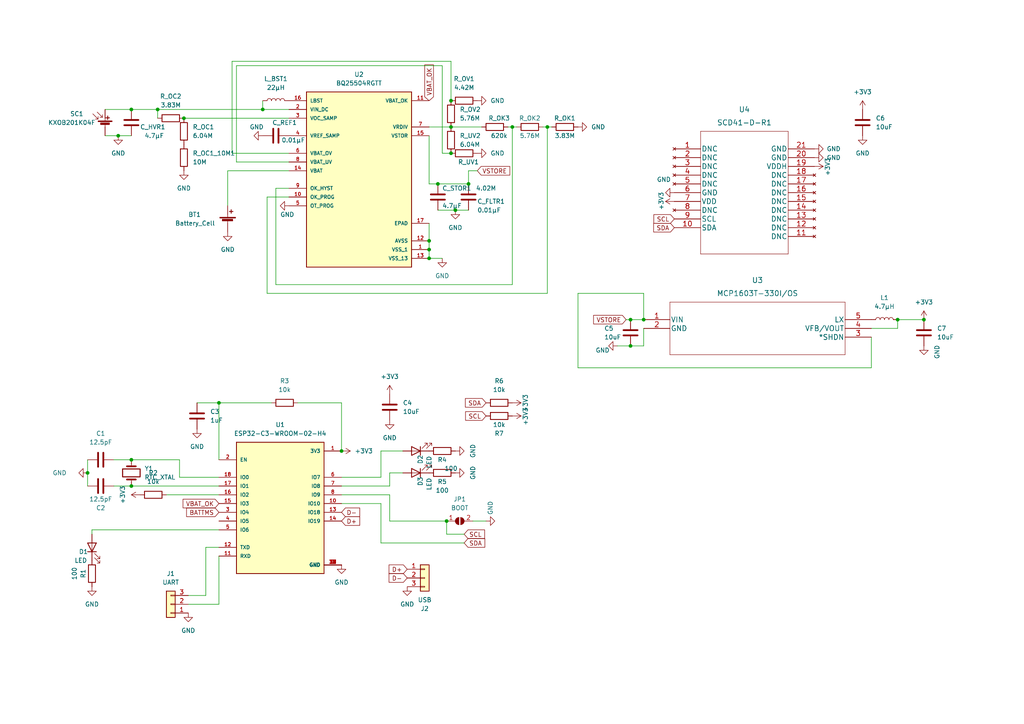
<source format=kicad_sch>
(kicad_sch (version 20211123) (generator eeschema)
  (paper "A4")
  (lib_symbols
    (symbol "Connector_Generic:Conn_01x03" (pin_names (offset 1.016) hide)
      (property "Reference" "J" (at 0 5.08 0))
      (property "Value" "Conn_01x03" (at 0 -5.08 0))
      (symbol "Conn_01x03_1_1"
        (rectangle (start -1.27 -2.413) (end 0 -2.667) (stroke (width 0.1524)))
        (rectangle (start -1.27 0.127) (end 0 -0.127) (stroke (width 0.1524)))
        (rectangle (start -1.27 2.667) (end 0 2.413) (stroke (width 0.1524)))
        (rectangle (start -1.27 3.81) (end 1.27 -3.81) (stroke (width 0.254)) (fill (type background)))
        (pin passive line (at -5.08 2.54 0) (length 3.81) (name "Pin_1") (number "1"))
        (pin passive line (at -5.08 0 0) (length 3.81) (name "Pin_2") (number "2"))
        (pin passive line (at -5.08 -2.54 0) (length 3.81) (name "Pin_3") (number "3"))
      )
    )
    (symbol "Device:Battery_Cell" (pin_numbers hide) (pin_names (offset 0) hide)
      (property "Reference" "BT" (at 2.54 2.54 0))
      (property "Value" "Battery_Cell" (at 2.54 0 0))
      (symbol "Battery_Cell_0_1"
        (rectangle (start -2.286 1.778) (end 2.286 1.524) (fill (type outline)))
        (rectangle (start -1.5748 1.1938) (end 1.4732 0.6858) (fill (type outline)))
        (polyline (pts (xy 0 0.762) (xy 0 0)))
        (polyline (pts (xy 0 1.778) (xy 0 2.54)))
        (polyline (pts (xy 0.508 3.429) (xy 1.524 3.429)) (stroke (width 0.254)))
        (polyline (pts (xy 1.016 3.937) (xy 1.016 2.921)) (stroke (width 0.254)))
      )
      (symbol "Battery_Cell_1_1"
        (pin passive line (at 0 5.08 270) (length 2.54) (name "+") (number "1"))
        (pin passive line (at 0 -2.54 90) (length 2.54) (name "-") (number "2"))
      )
    )
    (symbol "Device:C" (pin_numbers hide) (pin_names (offset 0.254))
      (property "Reference" "C" (at 0.635 2.54 0))
      (property "Value" "C" (at 0.635 -2.54 0))
      (symbol "C_0_1"
        (polyline (pts (xy -2.032 -0.762) (xy 2.032 -0.762)) (stroke (width 0.508)))
        (polyline (pts (xy -2.032 0.762) (xy 2.032 0.762)) (stroke (width 0.508)))
      )
      (symbol "C_1_1"
        (pin passive line (at 0 3.81 270) (length 2.794) (name "~") (number "1"))
        (pin passive line (at 0 -3.81 90) (length 2.794) (name "~") (number "2"))
      )
    )
    (symbol "Device:Crystal" (pin_numbers hide) (pin_names (offset 1.016) hide)
      (property "Reference" "Y" (at 0 3.81 0))
      (property "Value" "Crystal" (at 0 -3.81 0))
      (symbol "Crystal_0_1"
        (rectangle (start -1.143 2.54) (end 1.143 -2.54) (stroke (width 0.3048)))
        (polyline (pts (xy -2.54 0) (xy -1.905 0)))
        (polyline (pts (xy -1.905 -1.27) (xy -1.905 1.27)) (stroke (width 0.508)))
        (polyline (pts (xy 1.905 -1.27) (xy 1.905 1.27)) (stroke (width 0.508)))
        (polyline (pts (xy 2.54 0) (xy 1.905 0)))
      )
      (symbol "Crystal_1_1"
        (pin passive line (at -3.81 0 0) (length 1.27) (name "1") (number "1"))
        (pin passive line (at 3.81 0 180) (length 1.27) (name "2") (number "2"))
      )
    )
    (symbol "Device:L" (pin_numbers hide) (pin_names (offset 1.016) hide)
      (property "Reference" "L" (at -1.27 0 90))
      (property "Value" "L" (at 1.905 0 90))
      (symbol "L_0_1"
        (arc (start 0 -2.54) (mid 0.635 -1.905) (end 0 -1.27))
        (arc (start 0 -1.27) (mid 0.635 -0.635) (end 0 0))
        (arc (start 0 0) (mid 0.635 0.635) (end 0 1.27))
        (arc (start 0 1.27) (mid 0.635 1.905) (end 0 2.54))
      )
      (symbol "L_1_1"
        (pin passive line (at 0 3.81 270) (length 1.27) (name "1") (number "1"))
        (pin passive line (at 0 -3.81 90) (length 1.27) (name "2") (number "2"))
      )
    )
    (symbol "Device:LED" (pin_numbers hide) (pin_names (offset 1.016) hide)
      (property "Reference" "D" (at 0 2.54 0))
      (property "Value" "LED" (at 0 -2.54 0))
      (symbol "LED_0_1"
        (polyline (pts (xy -1.27 -1.27) (xy -1.27 1.27)) (stroke (width 0.254)))
        (polyline (pts (xy -1.27 0) (xy 1.27 0)))
        (polyline (pts (xy 1.27 -1.27) (xy 1.27 1.27) (xy -1.27 0) (xy 1.27 -1.27)) (stroke (width 0.254)))
        (polyline (pts (xy -3.048 -0.762) (xy -4.572 -2.286) (xy -3.81 -2.286) (xy -4.572 -2.286) (xy -4.572 -1.524)))
        (polyline (pts (xy -1.778 -0.762) (xy -3.302 -2.286) (xy -2.54 -2.286) (xy -3.302 -2.286) (xy -3.302 -1.524)))
      )
      (symbol "LED_1_1"
        (pin passive line (at -3.81 0 0) (length 2.54) (name "K") (number "1"))
        (pin passive line (at 3.81 0 180) (length 2.54) (name "A") (number "2"))
      )
    )
    (symbol "Device:R" (pin_numbers hide) (pin_names (offset 0))
      (property "Reference" "R" (at 2.032 0 90))
      (property "Value" "R" (at 0 0 90))
      (symbol "R_0_1"
        (rectangle (start -1.016 -2.54) (end 1.016 2.54) (stroke (width 0.254)))
      )
      (symbol "R_1_1"
        (pin passive line (at 0 3.81 270) (length 1.27) (name "~") (number "1"))
        (pin passive line (at 0 -3.81 90) (length 1.27) (name "~") (number "2"))
      )
    )
    (symbol "Device:Solar_Cell" (pin_numbers hide) (pin_names (offset 0) hide)
      (property "Reference" "SC" (at 2.54 2.54 0))
      (property "Value" "Solar_Cell" (at 2.54 0 0))
      (symbol "Solar_Cell_0_1"
        (rectangle (start -2.032 1.778) (end 2.032 1.524) (fill (type outline)))
        (rectangle (start -1.3208 1.1938) (end 1.27 0.6858) (fill (type outline)))
        (polyline (pts (xy -2.032 2.286) (xy -3.556 3.81)))
        (polyline (pts (xy -0.762 2.794) (xy -2.286 4.318)))
        (polyline (pts (xy 0 0.762) (xy 0 0)))
        (polyline (pts (xy 0 1.778) (xy 0 2.54)))
        (polyline (pts (xy 0.254 2.667) (xy 1.27 2.667)) (stroke (width 0.254)))
        (polyline (pts (xy 0.762 3.175) (xy 0.762 2.159)) (stroke (width 0.254)))
        (polyline (pts (xy -2.032 3.048) (xy -2.032 2.286) (xy -2.794 2.286)))
        (polyline (pts (xy -0.762 3.556) (xy -0.762 2.794) (xy -1.524 2.794)))
      )
      (symbol "Solar_Cell_1_1"
        (pin passive line (at 0 5.08 270) (length 2.54) (name "+") (number "1"))
        (pin passive line (at 0 -2.54 90) (length 2.54) (name "-") (number "2"))
      )
    )
    (symbol "Jumper:SolderJumper_2_Open" (pin_names (offset 0) hide)
      (property "Reference" "JP" (at 0 2.032 0))
      (property "Value" "SolderJumper_2_Open" (at 0 -2.54 0))
      (symbol "SolderJumper_2_Open_0_1"
        (arc (start -0.254 1.016) (mid -1.27 0) (end -0.254 -1.016))
        (arc (start -0.254 1.016) (mid -1.27 0) (end -0.254 -1.016) (fill (type outline)))
        (polyline (pts (xy -0.254 1.016) (xy -0.254 -1.016)))
        (polyline (pts (xy 0.254 1.016) (xy 0.254 -1.016)))
        (arc (start 0.254 -1.016) (mid 1.27 0) (end 0.254 1.016))
        (arc (start 0.254 -1.016) (mid 1.27 0) (end 0.254 1.016) (fill (type outline)))
      )
      (symbol "SolderJumper_2_Open_1_1"
        (pin passive line (at -3.81 0 0) (length 2.54) (name "A") (number "1"))
        (pin passive line (at 3.81 0 180) (length 2.54) (name "B") (number "2"))
      )
    )
    (symbol "MYLIB:BQ25504RGTT" (pin_names (offset 1.016))
      (property "Reference" "U" (at -15.24 26.3906 0))
      (property "Value" "BQ25504RGTT" (at -15.24 -29.3878 0))
      (symbol "BQ25504RGTT_0_0"
        (rectangle (start -15.24 -25.4) (end 15.24 25.4) (stroke (width 0.254)) (fill (type background)))
        (pin power_in line (at 20.32 -20.32 180) (length 5.08) (name "VSS_1") (number "1"))
        (pin input line (at -20.32 -5.08 0) (length 5.08) (name "OK_PROG") (number "10"))
        (pin output line (at 20.32 22.86 180) (length 5.08) (name "VBAT_OK") (number "11"))
        (pin power_in line (at 20.32 -17.78 180) (length 5.08) (name "AVSS") (number "12"))
        (pin power_in line (at 20.32 -22.86 180) (length 5.08) (name "VSS_13") (number "13"))
        (pin bidirectional line (at -20.32 2.54 0) (length 5.08) (name "VBAT") (number "14"))
        (pin power_out line (at 20.32 12.7 180) (length 5.08) (name "VSTOR") (number "15"))
        (pin input line (at -20.32 22.86 0) (length 5.08) (name "LBST") (number "16"))
        (pin power_in line (at 20.32 -12.7 180) (length 5.08) (name "EPAD") (number "17"))
        (pin input line (at -20.32 20.32 0) (length 5.08) (name "VIN_DC") (number "2"))
        (pin input line (at -20.32 17.78 0) (length 5.08) (name "VOC_SAMP") (number "3"))
        (pin input line (at -20.32 12.7 0) (length 5.08) (name "VREF_SAMP") (number "4"))
        (pin input line (at -20.32 -7.62 0) (length 5.08) (name "OT_PROG") (number "5"))
        (pin input line (at -20.32 7.62 0) (length 5.08) (name "VBAT_OV") (number "6"))
        (pin output line (at 20.32 15.24 180) (length 5.08) (name "VRDIV") (number "7"))
        (pin input line (at -20.32 5.08 0) (length 5.08) (name "VBAT_UV") (number "8"))
        (pin input line (at -20.32 -2.54 0) (length 5.08) (name "OK_HYST") (number "9"))
      )
    )
    (symbol "MYLIB:ESP32-C3-WROOM-02-H4" (pin_names (offset 1.016))
      (property "Reference" "U" (at -12.7 21.082 0))
      (property "Value" "ESP32-C3-WROOM-02-H4" (at -12.7 -18.542 0))
      (symbol "ESP32-C3-WROOM-02-H4_0_0"
        (rectangle (start -12.7 -17.78) (end 12.7 20.32) (stroke (width 0.254)) (fill (type background)))
        (pin power_in line (at 17.78 17.78 180) (length 5.08) (name "3V3") (number "1"))
        (pin bidirectional line (at 17.78 2.54 180) (length 5.08) (name "IO10") (number "10"))
        (pin bidirectional line (at -17.78 -12.7 0) (length 5.08) (name "RXD") (number "11"))
        (pin bidirectional line (at -17.78 -10.16 0) (length 5.08) (name "TXD") (number "12"))
        (pin bidirectional line (at 17.78 0 180) (length 5.08) (name "IO18") (number "13"))
        (pin bidirectional line (at 17.78 -2.54 180) (length 5.08) (name "IO19") (number "14"))
        (pin bidirectional line (at -17.78 2.54 0) (length 5.08) (name "IO3") (number "15"))
        (pin bidirectional line (at -17.78 5.08 0) (length 5.08) (name "IO2") (number "16"))
        (pin bidirectional line (at -17.78 7.62 0) (length 5.08) (name "IO1") (number "17"))
        (pin bidirectional line (at -17.78 10.16 0) (length 5.08) (name "IO0") (number "18"))
        (pin power_in line (at 17.78 -15.24 180) (length 5.08) (name "GND") (number "19"))
        (pin input line (at -17.78 15.24 0) (length 5.08) (name "EN") (number "2"))
        (pin power_in line (at 17.78 -15.24 180) (length 5.08) (name "GND") (number "20"))
        (pin power_in line (at 17.78 -15.24 180) (length 5.08) (name "GND") (number "21"))
        (pin power_in line (at 17.78 -15.24 180) (length 5.08) (name "GND") (number "22"))
        (pin power_in line (at 17.78 -15.24 180) (length 5.08) (name "GND") (number "23"))
        (pin power_in line (at 17.78 -15.24 180) (length 5.08) (name "GND") (number "24"))
        (pin power_in line (at 17.78 -15.24 180) (length 5.08) (name "GND") (number "25"))
        (pin power_in line (at 17.78 -15.24 180) (length 5.08) (name "GND") (number "26"))
        (pin power_in line (at 17.78 -15.24 180) (length 5.08) (name "GND") (number "27"))
        (pin power_in line (at 17.78 -15.24 180) (length 5.08) (name "GND") (number "28"))
        (pin power_in line (at 17.78 -15.24 180) (length 5.08) (name "GND") (number "29"))
        (pin bidirectional line (at -17.78 0 0) (length 5.08) (name "IO4") (number "3"))
        (pin power_in line (at 17.78 -15.24 180) (length 5.08) (name "GND") (number "30"))
        (pin power_in line (at 17.78 -15.24 180) (length 5.08) (name "GND") (number "31"))
        (pin power_in line (at 17.78 -15.24 180) (length 5.08) (name "GND") (number "32"))
        (pin power_in line (at 17.78 -15.24 180) (length 5.08) (name "GND") (number "33"))
        (pin power_in line (at 17.78 -15.24 180) (length 5.08) (name "GND") (number "34"))
        (pin power_in line (at 17.78 -15.24 180) (length 5.08) (name "GND") (number "35"))
        (pin power_in line (at 17.78 -15.24 180) (length 5.08) (name "GND") (number "36"))
        (pin power_in line (at 17.78 -15.24 180) (length 5.08) (name "GND") (number "37"))
        (pin power_in line (at 17.78 -15.24 180) (length 5.08) (name "GND") (number "38"))
        (pin power_in line (at 17.78 -15.24 180) (length 5.08) (name "GND") (number "39"))
        (pin bidirectional line (at -17.78 -2.54 0) (length 5.08) (name "IO5") (number "4"))
        (pin bidirectional line (at -17.78 -5.08 0) (length 5.08) (name "IO6") (number "5"))
        (pin bidirectional line (at 17.78 10.16 180) (length 5.08) (name "IO7") (number "6"))
        (pin bidirectional line (at 17.78 7.62 180) (length 5.08) (name "IO8") (number "7"))
        (pin bidirectional line (at 17.78 5.08 180) (length 5.08) (name "IO9") (number "8"))
        (pin power_in line (at 17.78 -15.24 180) (length 5.08) (name "GND") (number "9"))
      )
    )
    (symbol "MYLIB:MCP1603T-330I{brace}slash}OS" (pin_names (offset 0.254))
      (property "Reference" "U" (at 33.02 10.16 0))
      (property "Value" "MCP1603T-330I{brace}slash}OS" (at 33.02 7.62 0))
      (symbol "MCP1603T-330I{brace}slash}OS_1_1"
        (polyline (pts (xy 7.62 -10.16) (xy 58.42 -10.16)) (stroke (width 0.127)))
        (polyline (pts (xy 7.62 5.08) (xy 7.62 -10.16)) (stroke (width 0.127)))
        (polyline (pts (xy 58.42 -10.16) (xy 58.42 5.08)) (stroke (width 0.127)))
        (polyline (pts (xy 58.42 5.08) (xy 7.62 5.08)) (stroke (width 0.127)))
        (pin power_in line (at 0 0 0) (length 7.62) (name "VIN") (number "1"))
        (pin power_in line (at 0 -2.54 0) (length 7.62) (name "GND") (number "2"))
        (pin input line (at 66.04 -5.08 180) (length 7.62) (name "*SHDN") (number "3"))
        (pin power_out line (at 66.04 -2.54 180) (length 7.62) (name "VFB/VOUT") (number "4"))
        (pin output line (at 66.04 0 180) (length 7.62) (name "LX") (number "5"))
      )
    )
    (symbol "MYLIB:SCD41-D-R1" (pin_names (offset 0.254))
      (property "Reference" "U" (at 20.32 10.16 0))
      (property "Value" "SCD41-D-R1" (at 20.32 7.62 0))
      (symbol "SCD41-D-R1_1_1"
        (polyline (pts (xy 7.62 -30.48) (xy 33.02 -30.48)) (stroke (width 0.127)))
        (polyline (pts (xy 7.62 5.08) (xy 7.62 -30.48)) (stroke (width 0.127)))
        (polyline (pts (xy 33.02 -30.48) (xy 33.02 5.08)) (stroke (width 0.127)))
        (polyline (pts (xy 33.02 5.08) (xy 7.62 5.08)) (stroke (width 0.127)))
        (pin no_connect line (at 0 0 0) (length 7.62) (name "DNC") (number "1"))
        (pin bidirectional line (at 0 -22.86 0) (length 7.62) (name "SDA") (number "10"))
        (pin no_connect line (at 40.64 -25.4 180) (length 7.62) (name "DNC") (number "11"))
        (pin no_connect line (at 40.64 -22.86 180) (length 7.62) (name "DNC") (number "12"))
        (pin no_connect line (at 40.64 -20.32 180) (length 7.62) (name "DNC") (number "13"))
        (pin no_connect line (at 40.64 -17.78 180) (length 7.62) (name "DNC") (number "14"))
        (pin no_connect line (at 40.64 -15.24 180) (length 7.62) (name "DNC") (number "15"))
        (pin no_connect line (at 40.64 -12.7 180) (length 7.62) (name "DNC") (number "16"))
        (pin no_connect line (at 40.64 -10.16 180) (length 7.62) (name "DNC") (number "17"))
        (pin no_connect line (at 40.64 -7.62 180) (length 7.62) (name "DNC") (number "18"))
        (pin power_in line (at 40.64 -5.08 180) (length 7.62) (name "VDDH") (number "19"))
        (pin no_connect line (at 0 -2.54 0) (length 7.62) (name "DNC") (number "2"))
        (pin power_in line (at 40.64 -2.54 180) (length 7.62) (name "GND") (number "20"))
        (pin power_in line (at 40.64 0 180) (length 7.62) (name "GND") (number "21"))
        (pin no_connect line (at 0 -5.08 0) (length 7.62) (name "DNC") (number "3"))
        (pin no_connect line (at 0 -7.62 0) (length 7.62) (name "DNC") (number "4"))
        (pin no_connect line (at 0 -10.16 0) (length 7.62) (name "DNC") (number "5"))
        (pin power_in line (at 0 -12.7 0) (length 7.62) (name "GND") (number "6"))
        (pin power_in line (at 0 -15.24 0) (length 7.62) (name "VDD") (number "7"))
        (pin no_connect line (at 0 -17.78 0) (length 7.62) (name "DNC") (number "8"))
        (pin input line (at 0 -20.32 0) (length 7.62) (name "SCL") (number "9"))
      )
    )
    (symbol "power:+3.3V" (power) (pin_names (offset 0))
      (property "Value" "+3.3V" (at 0 3.556 0))
      (symbol "+3.3V_0_1"
        (polyline (pts (xy -0.762 1.27) (xy 0 2.54)))
        (polyline (pts (xy 0 0) (xy 0 2.54)))
        (polyline (pts (xy 0 2.54) (xy 0.762 1.27)))
      )
      (symbol "+3.3V_1_1"
        (pin power_in line (at 0 0 90) (length 0) hide (name "+3V3") (number "1"))
      )
    )
    (symbol "power:GND" (power) (pin_names (offset 0))
      (property "Value" "GND" (at 0 -3.81 0))
      (symbol "GND_0_1"
        (polyline (pts (xy 0 0) (xy 0 -1.27) (xy 1.27 -1.27) (xy 0 -2.54) (xy -1.27 -1.27) (xy 0 -1.27)))
      )
      (symbol "GND_1_1"
        (pin power_in line (at 0 0 270) (length 0) hide (name "GND") (number "1"))
      )
    )
  )
  (junction (at 260.35 92.71))
  (junction (at 45.72 31.75))
  (junction (at 130.81 29.21))
  (junction (at 76.2 31.75))
  (junction (at 186.69 92.71))
  (junction (at 127 53.34))
  (junction (at 63.5 116.84))
  (junction (at 130.81 44.45))
  (junction (at 182.88 92.71))
  (junction (at 38.1 31.75))
  (junction (at 135.89 53.34))
  (junction (at 267.97 92.71))
  (junction (at 182.88 100.33))
  (junction (at 25.4 137.16))
  (junction (at 34.29 39.37))
  (junction (at 38.1 133.35))
  (junction (at 158.75 36.83))
  (junction (at 132.08 60.96))
  (junction (at 148.59 36.83))
  (junction (at 53.34 34.29))
  (junction (at 130.81 36.83))
  (junction (at 124.46 72.39))
  (junction (at 129.54 151.13))
  (junction (at 38.1 140.97))
  (junction (at 99.06 130.81))
  (junction (at 124.46 69.85))
  (junction (at 124.46 74.93))
  (wire (pts (xy 68.58 19.05) (xy 128.27 19.05)))
  (wire (pts (xy 128.27 19.05) (xy 128.27 44.45)))
  (wire (pts (xy 59.69 172.72) (xy 54.61 172.72)))
  (wire (pts (xy 34.29 39.37) (xy 38.1 39.37)))
  (wire (pts (xy 113.03 140.97) (xy 113.03 137.16)))
  (wire (pts (xy 148.59 82.55) (xy 148.59 36.83)))
  (wire (pts (xy 59.69 158.75) (xy 59.69 172.72)))
  (wire (pts (xy 167.64 106.68) (xy 167.64 85.09)))
  (wire (pts (xy 129.54 154.94) (xy 134.62 154.94)))
  (wire (pts (xy 252.73 106.68) (xy 167.64 106.68)))
  (wire (pts (xy 83.82 46.99) (xy 68.58 46.99)))
  (wire (pts (xy 25.4 133.35) (xy 25.4 137.16)))
  (wire (pts (xy 77.47 85.09) (xy 158.75 85.09)))
  (wire (pts (xy 99.06 116.84) (xy 99.06 130.81)))
  (wire (pts (xy 124.46 69.85) (xy 124.46 72.39)))
  (wire (pts (xy 63.5 138.43) (xy 52.07 138.43)))
  (wire (pts (xy 63.5 140.97) (xy 38.1 140.97)))
  (wire (pts (xy 110.49 138.43) (xy 110.49 130.81)))
  (wire (pts (xy 83.82 44.45) (xy 67.31 44.45)))
  (wire (pts (xy 76.2 29.21) (xy 76.2 31.75)))
  (wire (pts (xy 26.67 153.67) (xy 63.5 153.67)))
  (wire (pts (xy 76.2 31.75) (xy 83.82 31.75)))
  (wire (pts (xy 113.03 151.13) (xy 129.54 151.13)))
  (wire (pts (xy 148.59 36.83) (xy 147.32 36.83)))
  (wire (pts (xy 130.81 17.78) (xy 130.81 29.21)))
  (wire (pts (xy 186.69 100.33) (xy 182.88 100.33)))
  (wire (pts (xy 186.69 85.09) (xy 186.69 92.71)))
  (wire (pts (xy 78.74 116.84) (xy 63.5 116.84)))
  (wire (pts (xy 66.04 49.53) (xy 83.82 49.53)))
  (wire (pts (xy 67.31 44.45) (xy 67.31 17.78)))
  (wire (pts (xy 260.35 95.25) (xy 260.35 92.71)))
  (wire (pts (xy 113.03 143.51) (xy 113.03 151.13)))
  (wire (pts (xy 124.46 53.34) (xy 127 53.34)))
  (wire (pts (xy 139.7 36.83) (xy 130.81 36.83)))
  (wire (pts (xy 127 53.34) (xy 135.89 53.34)))
  (wire (pts (xy 158.75 85.09) (xy 158.75 36.83)))
  (wire (pts (xy 99.06 146.05) (xy 110.49 146.05)))
  (wire (pts (xy 124.46 74.93) (xy 128.27 74.93)))
  (wire (pts (xy 181.61 92.71) (xy 182.88 92.71)))
  (wire (pts (xy 124.46 39.37) (xy 124.46 53.34)))
  (wire (pts (xy 140.97 151.13) (xy 137.16 151.13)))
  (wire (pts (xy 26.67 153.67) (xy 26.67 154.94)))
  (wire (pts (xy 45.72 31.75) (xy 76.2 31.75)))
  (wire (pts (xy 66.04 59.69) (xy 66.04 49.53)))
  (wire (pts (xy 63.5 116.84) (xy 63.5 133.35)))
  (wire (pts (xy 63.5 161.29) (xy 63.5 175.26)))
  (wire (pts (xy 127 60.96) (xy 132.08 60.96)))
  (wire (pts (xy 179.07 100.33) (xy 182.88 100.33)))
  (wire (pts (xy 182.88 92.71) (xy 186.69 92.71)))
  (wire (pts (xy 160.02 36.83) (xy 158.75 36.83)))
  (wire (pts (xy 77.47 57.15) (xy 77.47 85.09)))
  (wire (pts (xy 80.01 82.55) (xy 148.59 82.55)))
  (wire (pts (xy 158.75 36.83) (xy 157.48 36.83)))
  (wire (pts (xy 129.54 151.13) (xy 129.54 154.94)))
  (wire (pts (xy 83.82 57.15) (xy 77.47 57.15)))
  (wire (pts (xy 113.03 137.16) (xy 116.84 137.16)))
  (wire (pts (xy 33.02 140.97) (xy 38.1 140.97)))
  (wire (pts (xy 186.69 95.25) (xy 186.69 100.33)))
  (wire (pts (xy 63.5 158.75) (xy 59.69 158.75)))
  (wire (pts (xy 149.86 36.83) (xy 148.59 36.83)))
  (wire (pts (xy 53.34 34.29) (xy 83.82 34.29)))
  (wire (pts (xy 80.01 54.61) (xy 80.01 82.55)))
  (wire (pts (xy 110.49 146.05) (xy 110.49 157.48)))
  (wire (pts (xy 252.73 95.25) (xy 260.35 95.25)))
  (wire (pts (xy 68.58 46.99) (xy 68.58 19.05)))
  (wire (pts (xy 57.15 116.84) (xy 63.5 116.84)))
  (wire (pts (xy 110.49 157.48) (xy 134.62 157.48)))
  (wire (pts (xy 45.72 31.75) (xy 38.1 31.75)))
  (wire (pts (xy 132.08 60.96) (xy 135.89 60.96)))
  (wire (pts (xy 110.49 130.81) (xy 116.84 130.81)))
  (wire (pts (xy 38.1 133.35) (xy 52.07 133.35)))
  (wire (pts (xy 135.89 49.53) (xy 135.89 53.34)))
  (wire (pts (xy 45.72 31.75) (xy 45.72 34.29)))
  (wire (pts (xy 252.73 97.79) (xy 252.73 106.68)))
  (wire (pts (xy 25.4 137.16) (xy 25.4 140.97)))
  (wire (pts (xy 128.27 44.45) (xy 130.81 44.45)))
  (wire (pts (xy 48.26 143.51) (xy 63.5 143.51)))
  (wire (pts (xy 30.48 31.75) (xy 38.1 31.75)))
  (wire (pts (xy 124.46 72.39) (xy 124.46 74.93)))
  (wire (pts (xy 83.82 54.61) (xy 80.01 54.61)))
  (wire (pts (xy 167.64 85.09) (xy 186.69 85.09)))
  (wire (pts (xy 99.06 140.97) (xy 113.03 140.97)))
  (wire (pts (xy 99.06 138.43) (xy 110.49 138.43)))
  (wire (pts (xy 63.5 175.26) (xy 54.61 175.26)))
  (wire (pts (xy 124.46 36.83) (xy 130.81 36.83)))
  (wire (pts (xy 99.06 143.51) (xy 113.03 143.51)))
  (wire (pts (xy 124.46 64.77) (xy 124.46 69.85)))
  (wire (pts (xy 67.31 17.78) (xy 130.81 17.78)))
  (wire (pts (xy 30.48 39.37) (xy 34.29 39.37)))
  (wire (pts (xy 86.36 116.84) (xy 99.06 116.84)))
  (wire (pts (xy 33.02 133.35) (xy 38.1 133.35)))
  (wire (pts (xy 260.35 92.71) (xy 267.97 92.71)))
  (wire (pts (xy 138.43 49.53) (xy 135.89 49.53)))
  (wire (pts (xy 52.07 133.35) (xy 52.07 138.43)))
  (global_label "SCL" (shape input) (at 195.58 63.5 180) (property "Intersheet References" "${INTERSHEET_REFS}" (effects hide)))
  (global_label "D+" (shape input) (at 99.06 151.13 0) (property "Intersheet References" "${INTERSHEET_REFS}" (effects hide)))
  (global_label "VBAT_OK" (shape input) (at 124.46 29.21 90) (property "Intersheet References" "${INTERSHEET_REFS}" (effects hide)))
  (global_label "D+" (shape input) (at 118.11 165.1 180) (property "Intersheet References" "${INTERSHEET_REFS}" (effects hide)))
  (global_label "VBAT_OK" (shape input) (at 63.5 146.05 180) (property "Intersheet References" "${INTERSHEET_REFS}" (effects hide)))
  (global_label "D-" (shape input) (at 99.06 148.59 0) (property "Intersheet References" "${INTERSHEET_REFS}" (effects hide)))
  (global_label "SDA" (shape input) (at 140.97 116.84 180) (property "Intersheet References" "${INTERSHEET_REFS}" (effects hide)))
  (global_label "D-" (shape input) (at 118.11 167.64 180) (property "Intersheet References" "${INTERSHEET_REFS}" (effects hide)))
  (global_label "SCL" (shape input) (at 140.97 120.65 180) (property "Intersheet References" "${INTERSHEET_REFS}" (effects hide)))
  (global_label "SDA" (shape input) (at 195.58 66.04 180) (property "Intersheet References" "${INTERSHEET_REFS}" (effects hide)))
  (global_label "VSTORE" (shape input) (at 138.43 49.53 0) (property "Intersheet References" "${INTERSHEET_REFS}" (effects hide)))
  (global_label "SCL" (shape input) (at 134.62 154.94 0) (property "Intersheet References" "${INTERSHEET_REFS}" (effects hide)))
  (global_label "SDA" (shape input) (at 134.62 157.48 0) (property "Intersheet References" "${INTERSHEET_REFS}" (effects hide)))
  (global_label "VSTORE" (shape input) (at 181.61 92.71 180) (property "Intersheet References" "${INTERSHEET_REFS}" (effects hide)))
  (global_label "BATTMS" (shape input) (at 63.5 148.59 180) (property "Intersheet References" "${INTERSHEET_REFS}" (effects hide)))
  (symbol (lib_id "power:GND") (at 236.22 45.72 90) (unit 1)
    (property "Reference" "#PWR029" (effects hide))
    (property "Value" "GND" (at 243.84 45.72 90) (effects (justify left)))
  )
  (symbol (lib_id "Device:R") (at 144.78 116.84 90) (unit 1)
    (property "Reference" "R6" (at 144.78 110.49 90))
    (property "Value" "10k" (at 144.78 113.03 90))
    (property "Footprint" "Resistor_SMD:R_0402_1005Metric_Pad0.72x0.64mm_HandSolder" (effects hide))
  )
  (symbol (lib_id "Device:R") (at 44.45 143.51 90) (unit 1)
    (property "Reference" "R2" (at 44.45 137.16 90))
    (property "Value" "10k" (at 44.45 139.7 90))
    (property "Footprint" "Resistor_SMD:R_0402_1005Metric_Pad0.72x0.64mm_HandSolder" (effects hide))
  )
  (symbol (lib_id "Device:R") (at 130.81 33.02 0) (unit 1)
    (property "Reference" "R_OV2" (at 133.35 31.7499 0) (effects (justify left)))
    (property "Value" "5.76M" (at 133.35 34.2899 0) (effects (justify left)))
  )
  (symbol (lib_id "power:GND") (at 132.08 60.96 0) (unit 1)
    (property "Reference" "#PWR016" (effects hide))
    (property "Value" "GND" (at 132.08 66.04 0))
  )
  (symbol (lib_id "Device:C") (at 29.21 140.97 90) (unit 1)
    (property "Reference" "C2" (at 29.21 147.32 90))
    (property "Value" "12.5pF" (at 29.21 144.78 90))
    (property "Footprint" "Capacitor_SMD:C_0402_1005Metric_Pad0.74x0.62mm_HandSolder" (effects hide))
  )
  (symbol (lib_id "Device:R") (at 128.27 130.81 90) (unit 1)
    (property "Reference" "R4" (at 128.27 133.35 90))
    (property "Value" "100" (at 130.81 135.89 90))
    (property "Footprint" "Resistor_SMD:R_0402_1005Metric_Pad0.72x0.64mm_HandSolder" (effects hide))
  )
  (symbol (lib_id "power:+3.3V") (at 148.59 116.84 270) (unit 1)
    (property "Reference" "#PWR022" (effects hide))
    (property "Value" "+3.3V" (at 152.4 114.3 0) (effects (justify left)))
  )
  (symbol (lib_id "Device:R") (at 82.55 116.84 90) (unit 1)
    (property "Reference" "R3" (at 82.55 110.49 90))
    (property "Value" "10k" (at 82.55 113.03 90))
    (property "Footprint" "Resistor_SMD:R_0402_1005Metric_Pad0.72x0.64mm_HandSolder" (effects hide))
  )
  (symbol (lib_id "power:+3.3V") (at 236.22 48.26 270) (unit 1)
    (property "Reference" "#PWR030" (effects hide))
    (property "Value" "+3.3V" (at 240.03 45.72 0) (effects (justify left)))
  )
  (symbol (lib_id "power:GND") (at 138.43 29.21 90) (unit 1)
    (property "Reference" "#PWR019" (effects hide))
    (property "Value" "GND" (at 142.24 29.2099 90) (effects (justify right)))
  )
  (symbol (lib_id "power:GND") (at 140.97 151.13 90) (unit 1)
    (property "Reference" "#PWR021" (effects hide))
    (property "Value" "GND" (at 142.24 147.32 0))
  )
  (symbol (lib_id "Device:R") (at 128.27 137.16 90) (unit 1)
    (property "Reference" "R5" (at 128.27 139.7 90))
    (property "Value" "100" (at 128.27 142.24 90))
    (property "Footprint" "Resistor_SMD:R_0402_1005Metric_Pad0.72x0.64mm_HandSolder" (effects hide))
  )
  (symbol (lib_id "Device:R") (at 49.53 34.29 90) (unit 1)
    (property "Reference" "R_OC2" (at 49.53 27.94 90))
    (property "Value" "3.83M" (at 49.53 30.48 90))
  )
  (symbol (lib_id "power:GND") (at 83.82 59.69 270) (unit 1)
    (property "Reference" "#PWR010" (effects hide))
    (property "Value" "GND" (at 81.28 62.23 90) (effects (justify left)))
  )
  (symbol (lib_id "Device:C") (at 29.21 133.35 90) (unit 1)
    (property "Reference" "C1" (at 29.21 125.73 90))
    (property "Value" "12.5pF" (at 29.21 128.27 90))
    (property "Footprint" "Capacitor_SMD:C_0402_1005Metric_Pad0.74x0.62mm_HandSolder" (effects hide))
  )
  (symbol (lib_id "Device:R") (at 130.81 40.64 0) (unit 1)
    (property "Reference" "R_UV2" (at 133.35 39.3699 0) (effects (justify left)))
    (property "Value" "6.04M" (at 133.35 41.9099 0) (effects (justify left)))
  )
  (symbol (lib_id "power:GND") (at 25.4 137.16 270) (unit 1)
    (property "Reference" "#PWR01" (effects hide))
    (property "Value" "GND" (at 15.24 137.16 90) (effects (justify left)))
  )
  (symbol (lib_id "power:GND") (at 167.64 36.83 90) (unit 1)
    (property "Reference" "#PWR024" (effects hide))
    (property "Value" "GND" (at 171.45 36.8299 90) (effects (justify right)))
  )
  (symbol (lib_id "Device:C") (at 80.01 39.37 90) (unit 1)
    (property "Reference" "C_REF1" (at 82.55 35.56 90))
    (property "Value" "0.01µF" (at 85.09 40.64 90))
  )
  (symbol (lib_id "Device:C") (at 135.89 57.15 0) (unit 1)
    (property "Reference" "C_FLTR1" (at 138.43 58.42 0) (effects (justify left)))
    (property "Value" "0.01µF" (at 138.43 60.96 0) (effects (justify left)))
  )
  (symbol (lib_id "Device:R") (at 26.67 166.37 0) (unit 1)
    (property "Reference" "R1" (at 24.13 166.37 90))
    (property "Value" "100" (at 21.59 166.37 90))
    (property "Footprint" "Resistor_SMD:R_0402_1005Metric_Pad0.72x0.64mm_HandSolder" (effects hide))
  )
  (symbol (lib_id "Device:LED") (at 120.65 137.16 180) (unit 1)
    (property "Reference" "D3" (at 121.92 140.97 90) (effects (justify right)))
    (property "Value" "LED" (at 124.46 142.24 90) (effects (justify right)))
    (property "Footprint" "LED_SMD:LED_0603_1608Metric_Pad1.05x0.95mm_HandSolder" (effects hide))
  )
  (symbol (lib_id "Device:LED") (at 120.65 130.81 180) (unit 1)
    (property "Reference" "D2" (at 121.92 134.62 90) (effects (justify right)))
    (property "Value" "LED" (at 124.46 135.89 90) (effects (justify right)))
    (property "Footprint" "LED_SMD:LED_0603_1608Metric_Pad1.05x0.95mm_HandSolder" (effects hide))
  )
  (symbol (lib_id "power:GND") (at 132.08 130.81 90) (unit 1)
    (property "Reference" "#PWR017" (effects hide))
    (property "Value" "GND" (at 137.16 130.81 0))
  )
  (symbol (lib_id "Device:Crystal") (at 38.1 137.16 90) (unit 1)
    (property "Reference" "Y1" (at 41.91 135.8899 90) (effects (justify right)))
    (property "Value" "RTC_XTAL" (at 41.91 138.4299 90) (effects (justify right)))
  )
  (symbol (lib_id "MYLIB:BQ25504RGTT") (at 104.14 52.07 0) (unit 1)
    (property "Reference" "U2" (at 104.14 21.59 0))
    (property "Value" "BQ25504RGTT" (at 104.14 24.13 0))
    (property "Footprint" "MYLIB:QFN50P300X300X100-17N" (effects hide))
    (property "Datasheet" "https://www.ti.com/general/docs/suppproductinfo.tsp?distId=10&gotoUrl=https%3A%2F%2Fwww.ti.com%2Flit%2Fgpn%2Fbq25504" (effects hide))
    (property "STANDARD" "IPC 7351B" (effects hide))
    (property "MAXIMUM_PACKAGE_HIEGHT" "1mm" (effects hide))
    (property "MANUFACTURER" "Texas Instruments" (effects hide))
    (property "PARTREV" "F" (effects hide))
  )
  (symbol (lib_id "power:GND") (at 66.04 67.31 0) (unit 1)
    (property "Reference" "#PWR08" (effects hide))
    (property "Value" "GND" (at 66.04 72.39 0))
  )
  (symbol (lib_id "Device:R") (at 134.62 44.45 90) (unit 1)
    (property "Reference" "R_UV1" (at 135.89 46.99 90))
    (property "Value" "4.02M" (at 140.97 54.61 90))
  )
  (symbol (lib_id "Device:R") (at 134.62 29.21 90) (unit 1)
    (property "Reference" "R_OV1" (at 134.62 22.86 90))
    (property "Value" "4.42M" (at 134.62 25.4 90))
  )
  (symbol (lib_id "power:GND") (at 113.03 121.92 0) (unit 1)
    (property "Reference" "#PWR014" (effects hide))
    (property "Value" "GND" (at 113.03 127 0))
  )
  (symbol (lib_id "Connector_Generic:Conn_01x03") (at 123.19 167.64 0) (unit 1)
    (property "Reference" "J2" (at 123.19 176.53 0))
    (property "Value" "USB" (at 123.19 173.99 0))
    (property "Footprint" "MYLIB:TestPoint_Pad_3x1_D1.5mm" (effects hide))
  )
  (symbol (lib_id "MYLIB:SCD41-D-R1") (at 195.58 43.18 0) (unit 1)
    (property "Reference" "U4" (at 215.9 31.75 0) (effects (font (size 1.524 1.524))))
    (property "Value" "SCD41-D-R1" (at 215.9 35.56 0) (effects (font (size 1.524 1.524))))
    (property "Footprint" "MYLIB:SCD41-D-R1" (effects hide))
    (property "Datasheet" "https://www.sensirion.com/fileadmin/user_upload/customers/sensirion/Dokumente/9.5_CO2/Sensirion_CO2_Sensors_SCD40_SCD41_Datasheet.pdf" (effects hide))
  )
  (symbol (lib_id "Device:C") (at 267.97 96.52 0) (unit 1)
    (property "Reference" "C7" (at 271.78 95.2499 0) (effects (justify left)))
    (property "Value" "10uF" (at 271.78 97.7899 0) (effects (justify left)))
    (property "Footprint" "Capacitor_SMD:C_0402_1005Metric_Pad0.74x0.62mm_HandSolder" (effects hide))
  )
  (symbol (lib_id "power:+3.3V") (at 113.03 114.3 0) (unit 1)
    (property "Reference" "#PWR013" (effects hide))
    (property "Value" "+3.3V" (at 113.03 109.22 0))
  )
  (symbol (lib_id "Device:LED") (at 26.67 158.75 90) (unit 1)
    (property "Reference" "D1" (at 22.86 160.02 90) (effects (justify right)))
    (property "Value" "LED" (at 21.59 162.56 90) (effects (justify right)))
    (property "Footprint" "LED_SMD:LED_0603_1608Metric_Pad1.05x0.95mm_HandSolder" (effects hide))
  )
  (symbol (lib_id "power:+3.3V") (at 148.59 120.65 270) (unit 1)
    (property "Reference" "#PWR023" (effects hide))
    (property "Value" "+3.3V" (at 152.4 118.11 0) (effects (justify left)))
  )
  (symbol (lib_id "Device:R") (at 53.34 45.72 0) (unit 1)
    (property "Reference" "R_OC1_10M1" (at 55.88 44.4499 0) (effects (justify left)))
    (property "Value" "10M" (at 55.88 46.9899 0) (effects (justify left)))
  )
  (symbol (lib_id "power:+3.3V") (at 267.97 92.71 0) (unit 1)
    (property "Reference" "#PWR033" (effects hide))
    (property "Value" "+3.3V" (at 267.97 87.63 0))
  )
  (symbol (lib_id "power:GND") (at 179.07 100.33 270) (unit 1)
    (property "Reference" "#PWR025" (effects hide))
    (property "Value" "GND" (at 172.72 101.6 90) (effects (justify left)))
  )
  (symbol (lib_id "power:GND") (at 118.11 170.18 0) (unit 1)
    (property "Reference" "#PWR0101" (effects hide))
    (property "Value" "GND" (at 118.11 175.26 0))
  )
  (symbol (lib_id "Device:C") (at 113.03 118.11 0) (unit 1)
    (property "Reference" "C4" (at 116.84 116.8399 0) (effects (justify left)))
    (property "Value" "10uF" (at 116.84 119.3799 0) (effects (justify left)))
    (property "Footprint" "Capacitor_SMD:C_0402_1005Metric_Pad0.74x0.62mm_HandSolder" (effects hide))
  )
  (symbol (lib_id "Connector_Generic:Conn_01x03") (at 49.53 175.26 180) (unit 1)
    (property "Reference" "J1" (at 49.53 166.37 0))
    (property "Value" "UART" (at 49.53 168.91 0))
    (property "Footprint" "MYLIB:TestPoint_Pad_3x1_D1.5mm" (effects hide))
  )
  (symbol (lib_id "Device:L") (at 80.01 29.21 90) (unit 1)
    (property "Reference" "L_BST1" (at 80.01 22.86 90))
    (property "Value" "22µH" (at 80.01 25.4 90))
  )
  (symbol (lib_id "power:+3.3V") (at 40.64 143.51 90) (unit 1)
    (property "Reference" "#PWR04" (effects hide))
    (property "Value" "+3.3V" (at 35.56 143.51 0))
  )
  (symbol (lib_id "Device:Solar_Cell") (at 30.48 36.83 0) (unit 1)
    (property "Reference" "SC1" (at 20.32 33.02 0) (effects (justify left)))
    (property "Value" "KXOB201K04F" (at 13.97 35.56 0) (effects (justify left)))
  )
  (symbol (lib_id "Device:R") (at 53.34 38.1 0) (unit 1)
    (property "Reference" "R_OC1" (at 55.88 36.8299 0) (effects (justify left)))
    (property "Value" "6.04M" (at 55.88 39.3699 0) (effects (justify left)))
  )
  (symbol (lib_id "Device:L") (at 256.54 92.71 90) (unit 1)
    (property "Reference" "L1" (at 256.54 86.36 90))
    (property "Value" "4.7µH" (at 256.54 88.9 90))
  )
  (symbol (lib_id "power:+3.3V") (at 250.19 31.75 0) (unit 1)
    (property "Reference" "#PWR031" (effects hide))
    (property "Value" "+3.3V" (at 250.19 26.67 0))
  )
  (symbol (lib_id "power:+3.3V") (at 195.58 58.42 90) (unit 1)
    (property "Reference" "#PWR027" (effects hide))
    (property "Value" "+3.3V" (at 191.77 60.96 0) (effects (justify left)))
  )
  (symbol (lib_id "MYLIB:MCP1603T-330I{brace}slash}OS") (at 186.69 92.71 0) (unit 1)
    (property "Reference" "U3" (at 219.71 81.28 0) (effects (font (size 1.524 1.524))))
    (property "Value" "MCP1603T-330I/OS" (at 219.71 85.09 0) (effects (font (size 1.524 1.524))))
    (property "Footprint" "TSOT5_MC_MCH" (effects hide))
    (property "Datasheet" "https://ww1.microchip.com/downloads/en/DeviceDoc/22042B.pdf" (effects hide))
  )
  (symbol (lib_id "power:GND") (at 76.2 39.37 270) (unit 1)
    (property "Reference" "#PWR09" (effects hide))
    (property "Value" "GND" (at 72.39 36.83 90) (effects (justify left)))
  )
  (symbol (lib_id "power:GND") (at 250.19 39.37 0) (unit 1)
    (property "Reference" "#PWR032" (effects hide))
    (property "Value" "GND" (at 250.19 44.45 0))
  )
  (symbol (lib_id "power:+3.3V") (at 99.06 130.81 270) (unit 1)
    (property "Reference" "#PWR011" (effects hide))
    (property "Value" "+3.3V" (at 102.87 130.8099 90) (effects (justify left)))
  )
  (symbol (lib_id "power:GND") (at 54.61 177.8 0) (unit 1)
    (property "Reference" "#PWR06" (effects hide))
    (property "Value" "GND" (at 54.61 182.88 0))
  )
  (symbol (lib_id "power:GND") (at 128.27 74.93 0) (unit 1)
    (property "Reference" "#PWR015" (effects hide))
    (property "Value" "GND" (at 128.27 80.01 0))
  )
  (symbol (lib_id "Device:Battery_Cell") (at 66.04 64.77 0) (unit 1)
    (property "Reference" "BT1" (at 54.61 62.23 0) (effects (justify left)))
    (property "Value" "Battery_Cell" (at 50.8 64.77 0) (effects (justify left)))
  )
  (symbol (lib_id "power:GND") (at 138.43 44.45 90) (unit 1)
    (property "Reference" "#PWR020" (effects hide))
    (property "Value" "GND" (at 142.24 44.4499 90) (effects (justify right)))
  )
  (symbol (lib_id "power:GND") (at 34.29 39.37 0) (unit 1)
    (property "Reference" "#PWR03" (effects hide))
    (property "Value" "GND" (at 34.29 44.45 0))
  )
  (symbol (lib_id "power:GND") (at 236.22 43.18 90) (unit 1)
    (property "Reference" "#PWR028" (effects hide))
    (property "Value" "GND" (at 243.84 43.18 90) (effects (justify left)))
  )
  (symbol (lib_id "power:GND") (at 57.15 124.46 0) (unit 1)
    (property "Reference" "#PWR07" (effects hide))
    (property "Value" "GND" (at 57.15 129.54 0))
  )
  (symbol (lib_id "power:GND") (at 53.34 49.53 0) (unit 1)
    (property "Reference" "#PWR05" (effects hide))
    (property "Value" "GND" (at 53.34 54.61 0))
  )
  (symbol (lib_id "Device:C") (at 127 57.15 0) (unit 1)
    (property "Reference" "C_STOR1" (at 128.27 54.61 0) (effects (justify left)))
    (property "Value" "4.7µF" (at 128.27 59.69 0) (effects (justify left)))
  )
  (symbol (lib_id "Device:C") (at 57.15 120.65 0) (unit 1)
    (property "Reference" "C3" (at 60.96 119.3799 0) (effects (justify left)))
    (property "Value" "1uF" (at 60.96 121.9199 0) (effects (justify left)))
    (property "Footprint" "Capacitor_SMD:C_0402_1005Metric_Pad0.74x0.62mm_HandSolder" (effects hide))
  )
  (symbol (lib_id "Device:C") (at 250.19 35.56 0) (unit 1)
    (property "Reference" "C6" (at 254 34.2899 0) (effects (justify left)))
    (property "Value" "10uF" (at 254 36.8299 0) (effects (justify left)))
    (property "Footprint" "Capacitor_SMD:C_0402_1005Metric_Pad0.74x0.62mm_HandSolder" (effects hide))
  )
  (symbol (lib_id "Device:C") (at 182.88 96.52 0) (unit 1)
    (property "Reference" "C5" (at 175.26 95.25 0) (effects (justify left)))
    (property "Value" "10uF" (at 175.26 97.79 0) (effects (justify left)))
    (property "Footprint" "Capacitor_SMD:C_0402_1005Metric_Pad0.74x0.62mm_HandSolder" (effects hide))
  )
  (symbol (lib_id "Device:C") (at 38.1 35.56 0) (unit 1)
    (property "Reference" "C_HVR1" (at 40.64 36.83 0) (effects (justify left)))
    (property "Value" "4.7µF" (at 41.91 39.37 0) (effects (justify left)))
  )
  (symbol (lib_id "MYLIB:ESP32-C3-WROOM-02-H4") (at 81.28 148.59 0) (unit 1)
    (property "Reference" "U1" (at 81.28 123.19 0))
    (property "Value" "ESP32-C3-WROOM-02-H4" (at 81.28 125.73 0))
    (property "Footprint" "MYLIB:MODULE_ESP32-C3-WROOM-02-H4" (effects hide))
    (property "Datasheet" "https://www.espressif.com/sites/default/files/documentation/esp32-c3-wroom-02_datasheet_en.pdf" (effects hide))
    (property "PARTREV" "V1.0" (effects hide))
    (property "STANDARD" "Manufacturer Recommendations" (effects hide))
    (property "MANUFACTURER" "Espressif" (effects hide))
    (property "MAXIMUM_PACKAGE_HEIGHT" "3.35 mm" (effects hide))
  )
  (symbol (lib_id "Jumper:SolderJumper_2_Open") (at 133.35 151.13 0) (unit 1)
    (property "Reference" "JP1" (at 133.35 144.78 0))
    (property "Value" "BOOT" (at 133.35 147.32 0))
    (property "Footprint" "Jumper:SolderJumper-2_P1.3mm_Open_TrianglePad1.0x1.5mm" (effects hide))
  )
  (symbol (lib_id "Device:R") (at 143.51 36.83 90) (unit 1)
    (property "Reference" "R_OK3" (at 144.78 34.29 90))
    (property "Value" "620k" (at 144.78 39.37 90))
  )
  (symbol (lib_id "Device:R") (at 163.83 36.83 90) (unit 1)
    (property "Reference" "R_OK1" (at 163.83 34.29 90))
    (property "Value" "3.83M" (at 163.83 39.37 90))
  )
  (symbol (lib_id "power:GND") (at 195.58 55.88 270) (unit 1)
    (property "Reference" "#PWR026" (effects hide))
    (property "Value" "GND" (at 190.5 52.07 90) (effects (justify left)))
  )
  (symbol (lib_id "power:GND") (at 26.67 170.18 0) (unit 1)
    (property "Reference" "#PWR02" (effects hide))
    (property "Value" "GND" (at 26.67 175.26 0))
  )
  (symbol (lib_id "power:GND") (at 267.97 100.33 0) (unit 1)
    (property "Reference" "#PWR034" (effects hide))
    (property "Value" "GND" (at 271.78 104.14 90) (effects (justify left)))
  )
  (symbol (lib_id "power:GND") (at 132.08 137.16 90) (unit 1)
    (property "Reference" "#PWR018" (effects hide))
    (property "Value" "GND" (at 137.16 137.16 0))
  )
  (symbol (lib_id "Device:R") (at 153.67 36.83 90) (unit 1)
    (property "Reference" "R_OK2" (at 153.67 34.29 90))
    (property "Value" "5.76M" (at 153.67 39.37 90))
  )
  (symbol (lib_id "power:GND") (at 99.06 163.83 0) (unit 1)
    (property "Reference" "#PWR012" (effects hide))
    (property "Value" "GND" (at 99.06 168.91 0))
  )
  (symbol (lib_id "Device:R") (at 144.78 120.65 90) (unit 1)
    (property "Reference" "R7" (at 144.78 125.73 90))
    (property "Value" "10k" (at 144.78 123.19 90))
    (property "Footprint" "Resistor_SMD:R_0402_1005Metric_Pad0.72x0.64mm_HandSolder" (effects hide))
  )
)
</source>
